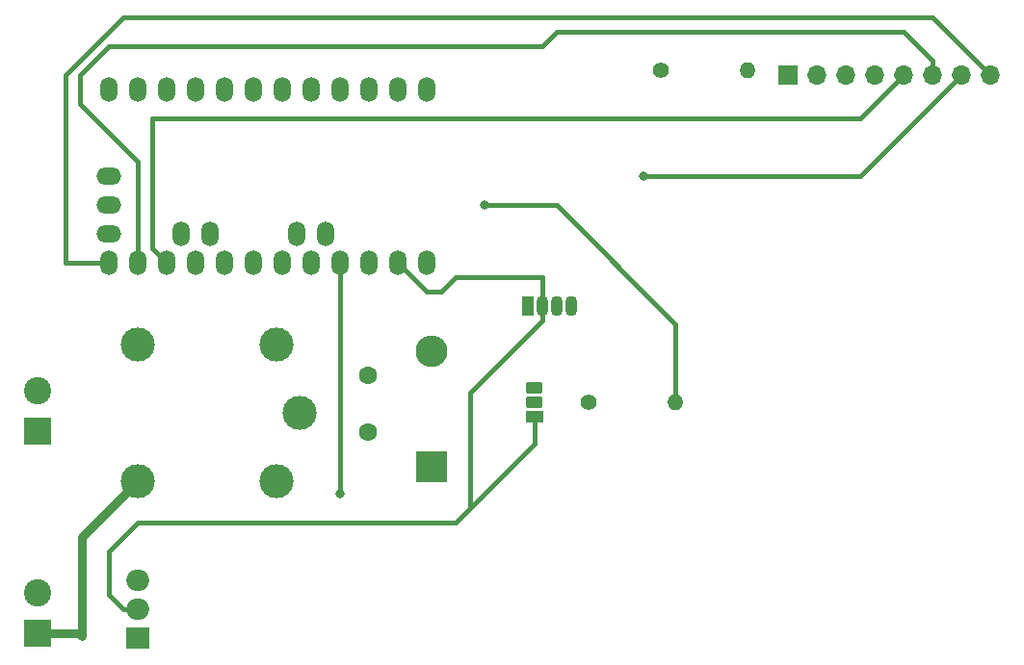
<source format=gbr>
G04 #@! TF.GenerationSoftware,KiCad,Pcbnew,(5.1.6)-1*
G04 #@! TF.CreationDate,2020-06-07T17:55:02+02:00*
G04 #@! TF.ProjectId,BOTLAND-2-KONTROLA-DOSTEPU,424f544c-414e-4442-9d32-2d4b4f4e5452,rev?*
G04 #@! TF.SameCoordinates,Original*
G04 #@! TF.FileFunction,Copper,L1,Top*
G04 #@! TF.FilePolarity,Positive*
%FSLAX46Y46*%
G04 Gerber Fmt 4.6, Leading zero omitted, Abs format (unit mm)*
G04 Created by KiCad (PCBNEW (5.1.6)-1) date 2020-06-07 17:55:02*
%MOMM*%
%LPD*%
G01*
G04 APERTURE LIST*
G04 #@! TA.AperFunction,ComponentPad*
%ADD10O,1.400000X1.400000*%
G04 #@! TD*
G04 #@! TA.AperFunction,ComponentPad*
%ADD11C,1.400000*%
G04 #@! TD*
G04 #@! TA.AperFunction,ComponentPad*
%ADD12O,1.700000X1.700000*%
G04 #@! TD*
G04 #@! TA.AperFunction,ComponentPad*
%ADD13R,1.700000X1.700000*%
G04 #@! TD*
G04 #@! TA.AperFunction,ComponentPad*
%ADD14O,1.070000X1.800000*%
G04 #@! TD*
G04 #@! TA.AperFunction,ComponentPad*
%ADD15R,1.070000X1.800000*%
G04 #@! TD*
G04 #@! TA.AperFunction,ComponentPad*
%ADD16O,2.199640X1.501140*%
G04 #@! TD*
G04 #@! TA.AperFunction,ComponentPad*
%ADD17O,1.501140X2.199640*%
G04 #@! TD*
G04 #@! TA.AperFunction,ComponentPad*
%ADD18C,2.400000*%
G04 #@! TD*
G04 #@! TA.AperFunction,ComponentPad*
%ADD19R,2.400000X2.400000*%
G04 #@! TD*
G04 #@! TA.AperFunction,ComponentPad*
%ADD20O,2.000000X1.905000*%
G04 #@! TD*
G04 #@! TA.AperFunction,ComponentPad*
%ADD21R,2.000000X1.905000*%
G04 #@! TD*
G04 #@! TA.AperFunction,ComponentPad*
%ADD22R,1.500000X1.050000*%
G04 #@! TD*
G04 #@! TA.AperFunction,ComponentPad*
%ADD23R,2.800000X2.800000*%
G04 #@! TD*
G04 #@! TA.AperFunction,ComponentPad*
%ADD24O,2.800000X2.800000*%
G04 #@! TD*
G04 #@! TA.AperFunction,ComponentPad*
%ADD25C,1.600000*%
G04 #@! TD*
G04 #@! TA.AperFunction,ComponentPad*
%ADD26C,3.000000*%
G04 #@! TD*
G04 #@! TA.AperFunction,ViaPad*
%ADD27C,0.800000*%
G04 #@! TD*
G04 #@! TA.AperFunction,Conductor*
%ADD28C,0.400000*%
G04 #@! TD*
G04 #@! TA.AperFunction,Conductor*
%ADD29C,0.750000*%
G04 #@! TD*
G04 APERTURE END LIST*
D10*
X90464640Y-101112320D03*
D11*
X82844640Y-101112320D03*
D12*
X111760000Y-101600000D03*
X109220000Y-101600000D03*
X106680000Y-101600000D03*
X104140000Y-101600000D03*
X101600000Y-101600000D03*
X99060000Y-101600000D03*
X96520000Y-101600000D03*
D13*
X93980000Y-101600000D03*
D14*
X74930000Y-121920000D03*
X73660000Y-121920000D03*
X72390000Y-121920000D03*
D15*
X71120000Y-121920000D03*
D16*
X34290000Y-110490000D03*
X34290000Y-113030000D03*
X34290000Y-115570000D03*
D17*
X53340000Y-115570000D03*
X50800000Y-115570000D03*
X62230000Y-118110000D03*
X59690000Y-118110000D03*
X57150000Y-118110000D03*
X54610000Y-118110000D03*
X52070000Y-118110000D03*
X49530000Y-118110000D03*
X46990000Y-118110000D03*
X44450000Y-118110000D03*
X41910000Y-118110000D03*
X39370000Y-118110000D03*
X36830000Y-118110000D03*
X34290000Y-118110000D03*
X34290000Y-102870000D03*
X36830000Y-102870000D03*
X39370000Y-102870000D03*
X41910000Y-102870000D03*
X44450000Y-102870000D03*
X46990000Y-102870000D03*
X49530000Y-102870000D03*
X52070000Y-102870000D03*
X54610000Y-102870000D03*
X57150000Y-102870000D03*
X59690000Y-102870000D03*
X62230000Y-102870000D03*
X40640000Y-115570000D03*
X43180000Y-115570000D03*
D18*
X28102560Y-147157560D03*
D19*
X28102560Y-150657560D03*
D20*
X36830000Y-146050000D03*
X36830000Y-148590000D03*
D21*
X36830000Y-151130000D03*
D11*
X76494640Y-130322320D03*
D10*
X84114640Y-130322320D03*
G04 #@! TA.AperFunction,ComponentPad*
G36*
G01*
X72196780Y-130882880D02*
X71221780Y-130882880D01*
G75*
G02*
X70959280Y-130620380I0J262500D01*
G01*
X70959280Y-130095380D01*
G75*
G02*
X71221780Y-129832880I262500J0D01*
G01*
X72196780Y-129832880D01*
G75*
G02*
X72459280Y-130095380I0J-262500D01*
G01*
X72459280Y-130620380D01*
G75*
G02*
X72196780Y-130882880I-262500J0D01*
G01*
G37*
G04 #@! TD.AperFunction*
G04 #@! TA.AperFunction,ComponentPad*
G36*
G01*
X72196780Y-129612880D02*
X71221780Y-129612880D01*
G75*
G02*
X70959280Y-129350380I0J262500D01*
G01*
X70959280Y-128825380D01*
G75*
G02*
X71221780Y-128562880I262500J0D01*
G01*
X72196780Y-128562880D01*
G75*
G02*
X72459280Y-128825380I0J-262500D01*
G01*
X72459280Y-129350380D01*
G75*
G02*
X72196780Y-129612880I-262500J0D01*
G01*
G37*
G04 #@! TD.AperFunction*
D22*
X71709280Y-131627880D03*
D19*
X28102560Y-132877560D03*
D18*
X28102560Y-129377560D03*
D23*
X62677040Y-136067800D03*
D24*
X62677040Y-125907800D03*
D25*
X57139840Y-132974080D03*
X57139840Y-127974080D03*
D26*
X49059080Y-125307840D03*
X36859080Y-125307840D03*
X36859080Y-137307840D03*
X49059080Y-137307840D03*
X51059080Y-131307840D03*
D27*
X54610000Y-138430000D03*
X67310000Y-113030000D03*
X81280000Y-110490000D03*
D28*
X71709280Y-131627880D02*
X71709280Y-132760720D01*
X71709280Y-131627880D02*
X71709280Y-134030720D01*
X64770000Y-140970000D02*
X36830000Y-140970000D01*
X36830000Y-140970000D02*
X34290000Y-143510000D01*
X34290000Y-143510000D02*
X34290000Y-147320000D01*
X35560000Y-148590000D02*
X36830000Y-148590000D01*
X34290000Y-147320000D02*
X35560000Y-148590000D01*
X72390000Y-121920000D02*
X72390000Y-123190000D01*
X66040000Y-129540000D02*
X66040000Y-139700000D01*
X72390000Y-123190000D02*
X66040000Y-129540000D01*
X71709280Y-134030720D02*
X66040000Y-139700000D01*
X66040000Y-139700000D02*
X64770000Y-140970000D01*
X72390000Y-121920000D02*
X72390000Y-119380000D01*
X72390000Y-119380000D02*
X64770000Y-119380000D01*
X64770000Y-119380000D02*
X63500000Y-120650000D01*
X62230000Y-120650000D02*
X59690000Y-118110000D01*
X63500000Y-120650000D02*
X62230000Y-120650000D01*
X54610000Y-138430000D02*
X54610000Y-138430000D01*
X67310000Y-113030000D02*
X73660000Y-113030000D01*
X84114640Y-123484640D02*
X84114640Y-130322320D01*
X73660000Y-113030000D02*
X84114640Y-123484640D01*
X54610000Y-134620000D02*
X54610000Y-138430000D01*
X54610000Y-118110000D02*
X54610000Y-134620000D01*
X100330000Y-105410000D02*
X38100000Y-105410000D01*
X38100000Y-116840000D02*
X39370000Y-118110000D01*
X38100000Y-105410000D02*
X38100000Y-116840000D01*
X36830000Y-109220000D02*
X36830000Y-118110000D01*
X31750000Y-104140000D02*
X36830000Y-109220000D01*
X104140000Y-97790000D02*
X73660000Y-97790000D01*
X73660000Y-97790000D02*
X72390000Y-99060000D01*
X72390000Y-99060000D02*
X34290000Y-99060000D01*
X31750000Y-101600000D02*
X31750000Y-104140000D01*
X34290000Y-99060000D02*
X31750000Y-101600000D01*
X34290000Y-118110000D02*
X30480000Y-118110000D01*
X100330000Y-105410000D02*
X104140000Y-101600000D01*
X104140000Y-97790000D02*
X106680000Y-100330000D01*
X106680000Y-100330000D02*
X106680000Y-101600000D01*
X100330000Y-110490000D02*
X109220000Y-101600000D01*
X81280000Y-110490000D02*
X100330000Y-110490000D01*
X30480000Y-118110000D02*
X30480000Y-101600000D01*
X30480000Y-101600000D02*
X35560000Y-96520000D01*
X106680000Y-96520000D02*
X111760000Y-101600000D01*
X35560000Y-96520000D02*
X106680000Y-96520000D01*
D29*
X36859080Y-137307840D02*
X31926920Y-142240000D01*
X31926920Y-142240000D02*
X31926920Y-150953080D01*
X31631400Y-150657560D02*
X28102560Y-150657560D01*
X31926920Y-150953080D02*
X31631400Y-150657560D01*
M02*

</source>
